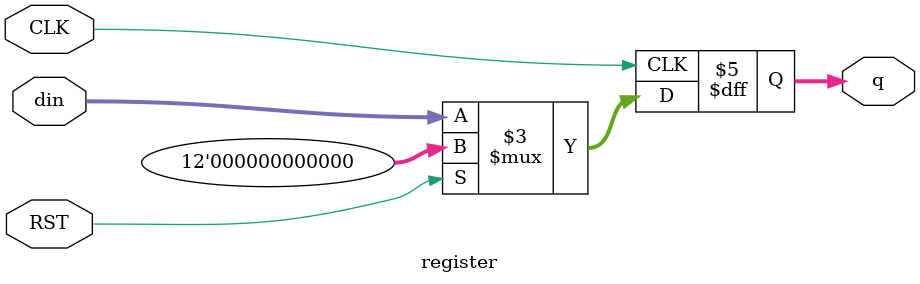
<source format=v>
`timescale 1ns / 1ps

module register #(parameter WI = 2, WF = 10, WIO = 2, WFO = 30)
                   (input CLK, RST,
                    input signed [WI+WF-1:0] din,
                    output reg signed [WI+WF-1:0] q
    );
    always @(posedge CLK) begin
        if(RST) q <= 0;
        else    q <= din;
    end
endmodule
</source>
